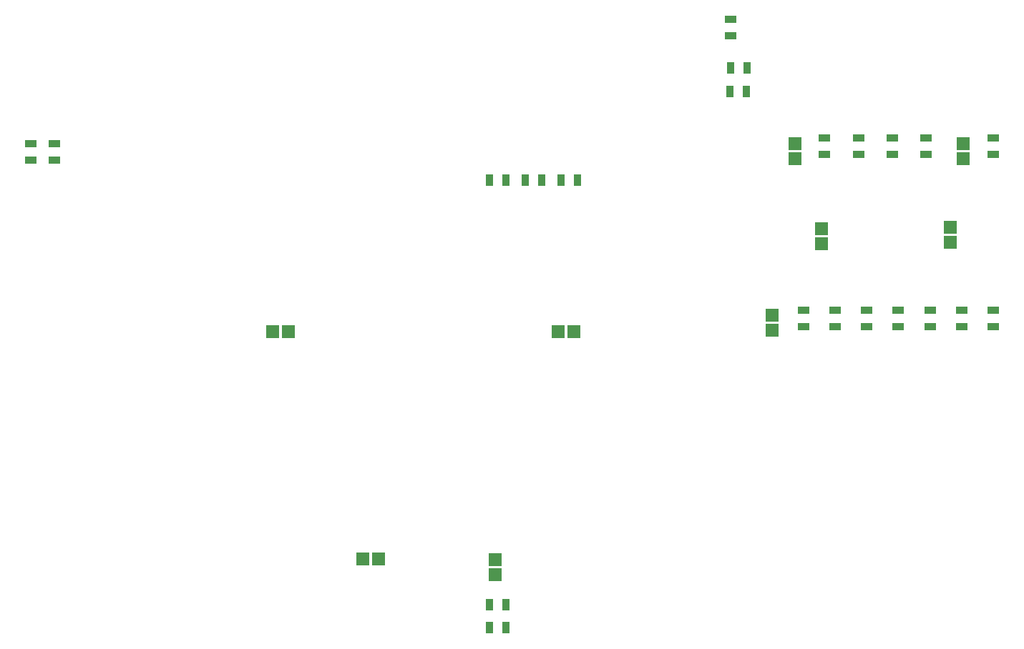
<source format=gbr>
G04*
G04 #@! TF.GenerationSoftware,Altium Limited,Altium Designer,23.2.1 (34)*
G04*
G04 Layer_Color=8421504*
%FSLAX25Y25*%
%MOIN*%
G70*
G04*
G04 #@! TF.SameCoordinates,AA8C1714-0897-42F8-9FD5-1005084B58DB*
G04*
G04*
G04 #@! TF.FilePolarity,Positive*
G04*
G01*
G75*
%ADD15R,0.06127X0.05924*%
%ADD16R,0.05709X0.03740*%
%ADD17R,0.03740X0.05709*%
%ADD18R,0.05924X0.06127*%
D15*
X556070Y366546D02*
D03*
Y359454D02*
D03*
X467000Y279454D02*
D03*
Y286546D02*
D03*
X477500Y359454D02*
D03*
Y366546D02*
D03*
X490000Y327093D02*
D03*
Y320000D02*
D03*
X550000Y320454D02*
D03*
Y327546D02*
D03*
X338000Y165454D02*
D03*
Y172546D02*
D03*
D16*
X522858Y369213D02*
D03*
Y361536D02*
D03*
X481500Y288839D02*
D03*
Y281161D02*
D03*
X570000Y369213D02*
D03*
Y361536D02*
D03*
X496250Y281161D02*
D03*
Y288839D02*
D03*
X511000Y281161D02*
D03*
Y288839D02*
D03*
X525750Y281161D02*
D03*
Y288839D02*
D03*
X540500Y281161D02*
D03*
Y288839D02*
D03*
X570000Y281161D02*
D03*
Y288839D02*
D03*
X555250Y281161D02*
D03*
Y288839D02*
D03*
X447500Y417000D02*
D03*
Y424677D02*
D03*
X121500Y366677D02*
D03*
Y359000D02*
D03*
X132500D02*
D03*
Y366677D02*
D03*
X507144Y361536D02*
D03*
Y369213D02*
D03*
X538572Y361536D02*
D03*
Y369213D02*
D03*
X491430Y361536D02*
D03*
Y369213D02*
D03*
D17*
X343000Y151500D02*
D03*
X335323D02*
D03*
X335161Y141000D02*
D03*
X342839D02*
D03*
X447323Y391000D02*
D03*
X455000D02*
D03*
X447661Y402000D02*
D03*
X455339D02*
D03*
X351911Y349500D02*
D03*
X359589D02*
D03*
X335161D02*
D03*
X342839D02*
D03*
X368661D02*
D03*
X376339D02*
D03*
D18*
X374546Y279000D02*
D03*
X367454D02*
D03*
X241500D02*
D03*
X234407D02*
D03*
X276407Y173000D02*
D03*
X283500D02*
D03*
M02*

</source>
